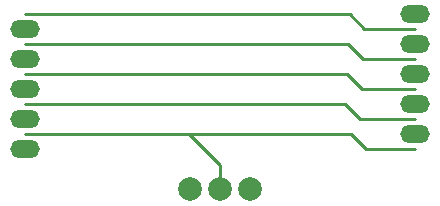
<source format=gtl>
G04*
G04 #@! TF.GenerationSoftware,Altium Limited,Altium Designer,20.0.13 (296)*
G04*
G04 Layer_Physical_Order=1*
G04 Layer_Color=255*
%FSLAX25Y25*%
%MOIN*%
G70*
G01*
G75*
%ADD11C,0.01000*%
%ADD15C,0.07874*%
%ADD16O,0.09843X0.05906*%
D11*
X256437Y157563D02*
X275000D01*
X251563Y162437D02*
X256437Y157563D01*
X253563Y152437D02*
X258437Y147563D01*
X199563Y152437D02*
X253563D01*
X258437Y147563D02*
X275000D01*
X210000Y134000D02*
Y142000D01*
X199563Y152437D02*
X210000Y142000D01*
X145000Y152437D02*
X199563D01*
X145000Y162437D02*
X251563D01*
X257126Y167563D02*
X275000D01*
X252252Y172437D02*
X257126Y167563D01*
X145000Y172437D02*
X252252D01*
X257563Y177563D02*
X275000D01*
X252689Y182437D02*
X257563Y177563D01*
X145000Y182437D02*
X252689D01*
X258000Y187563D02*
X275000D01*
X253126Y192437D02*
X258000Y187563D01*
X145000Y192437D02*
X253126D01*
D15*
X220000Y134000D02*
D03*
X210000D02*
D03*
X200000D02*
D03*
D16*
X145000Y147437D02*
D03*
Y157437D02*
D03*
Y167437D02*
D03*
Y177437D02*
D03*
Y187437D02*
D03*
X275000Y152563D02*
D03*
Y162563D02*
D03*
Y172563D02*
D03*
Y182563D02*
D03*
Y192563D02*
D03*
M02*

</source>
